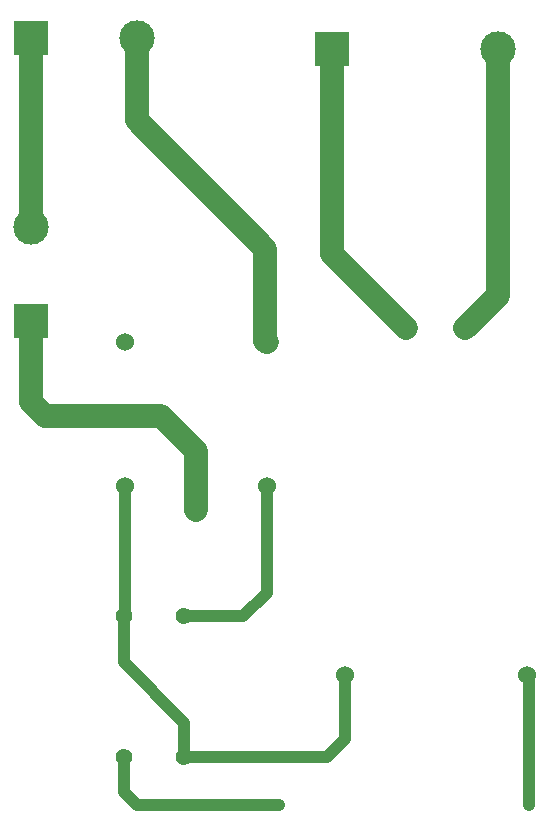
<source format=gbl>
G04*
G04 #@! TF.GenerationSoftware,Altium Limited,Altium Designer,20.0.13 (296)*
G04*
G04 Layer_Physical_Order=2*
G04 Layer_Color=16711680*
%FSLAX25Y25*%
%MOIN*%
G70*
G01*
G75*
%ADD20C,0.03543*%
%ADD21C,0.05606*%
%ADD22R,0.11811X0.11811*%
%ADD23C,0.11811*%
%ADD24C,0.06000*%
%ADD25R,0.11811X0.11811*%
%ADD26C,0.07874*%
%ADD27C,0.03937*%
%ADD28C,0.03150*%
D20*
X181890Y7874D02*
D03*
X98425D02*
D03*
D21*
X66929Y70866D02*
D03*
Y24016D02*
D03*
X46850Y70866D02*
D03*
Y24016D02*
D03*
D22*
X15748Y263780D02*
D03*
X116299Y259843D02*
D03*
D23*
X51181Y263780D02*
D03*
X15748Y200787D02*
D03*
X171417Y259843D02*
D03*
D24*
X47244Y114173D02*
D03*
X94488D02*
D03*
X70866Y106299D02*
D03*
X47244Y162205D02*
D03*
X94488D02*
D03*
X120473Y51181D02*
D03*
X181103D02*
D03*
X140945Y166929D02*
D03*
X160630D02*
D03*
D25*
X15748Y169291D02*
D03*
D26*
X70866Y106299D02*
Y125984D01*
X59055Y137795D02*
X70866Y125984D01*
X20361Y137795D02*
X59055D01*
X15748Y142408D02*
Y169291D01*
Y142408D02*
X20361Y137795D01*
X15748Y200787D02*
Y263780D01*
X15748Y263780D02*
X15748Y263780D01*
X51181Y236221D02*
Y263779D01*
X93943Y162750D02*
Y193459D01*
X51181Y236221D02*
X93943Y193459D01*
X51181Y263780D02*
X51181Y263779D01*
X93943Y162750D02*
X94488Y162205D01*
X116299Y191575D02*
Y259843D01*
Y191575D02*
X140945Y166929D01*
X160630D02*
X171417Y177717D01*
Y259843D01*
D27*
X46850Y70866D02*
X47244Y71260D01*
Y114173D01*
X94488Y114173D02*
X94488Y114173D01*
X94488Y78740D02*
Y114173D01*
X86614Y70866D02*
X94488Y78740D01*
X66929Y70866D02*
X86614D01*
X46850Y55512D02*
Y70866D01*
X66929Y24016D02*
Y35433D01*
X46850Y55512D02*
X66929Y35433D01*
X120473Y29921D02*
Y51181D01*
X114567Y24016D02*
X120473Y29921D01*
X66929Y24016D02*
X114567D01*
X46850Y12205D02*
Y24016D01*
Y12205D02*
X51181Y7874D01*
X98425D01*
X181890D02*
Y49622D01*
D28*
X181103Y50410D02*
X181890Y49622D01*
X181103Y50410D02*
Y51181D01*
M02*

</source>
